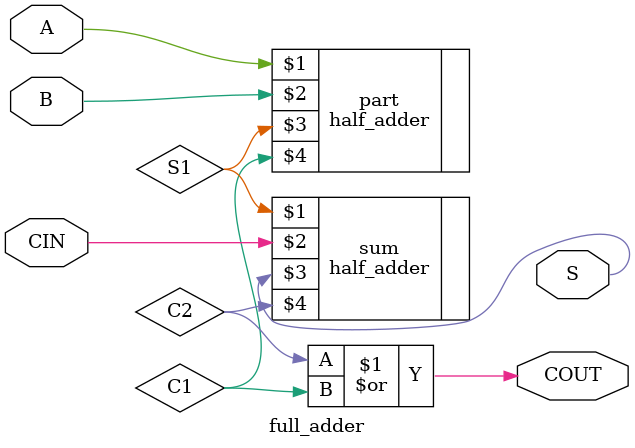
<source format=v>
module full_adder(A,B,CIN,S,COUT); 
input A,B,CIN; 
output S,COUT;
wire S1,C1,C2; 
// built full_adder from 2 half_adder 
half_adder part(A,B,S1,C1),sum(S1,CIN,S,C2); 
or carry(COUT,C2,C1); 
endmodule
</source>
